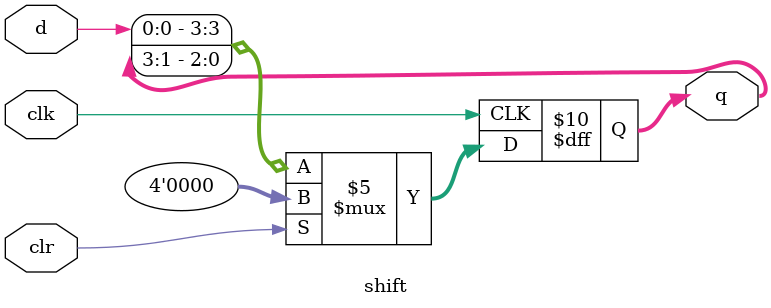
<source format=v>
module shift(input clk,clr,d,output reg[3:0]q);
  reg[3:0] temp;
  always @(posedge clk) begin
    if(clr==1)
      q=4'b0000;
    else begin
      temp=q>>1;
      q={d,temp[2:0]};
    end
  end
endmodule

</source>
